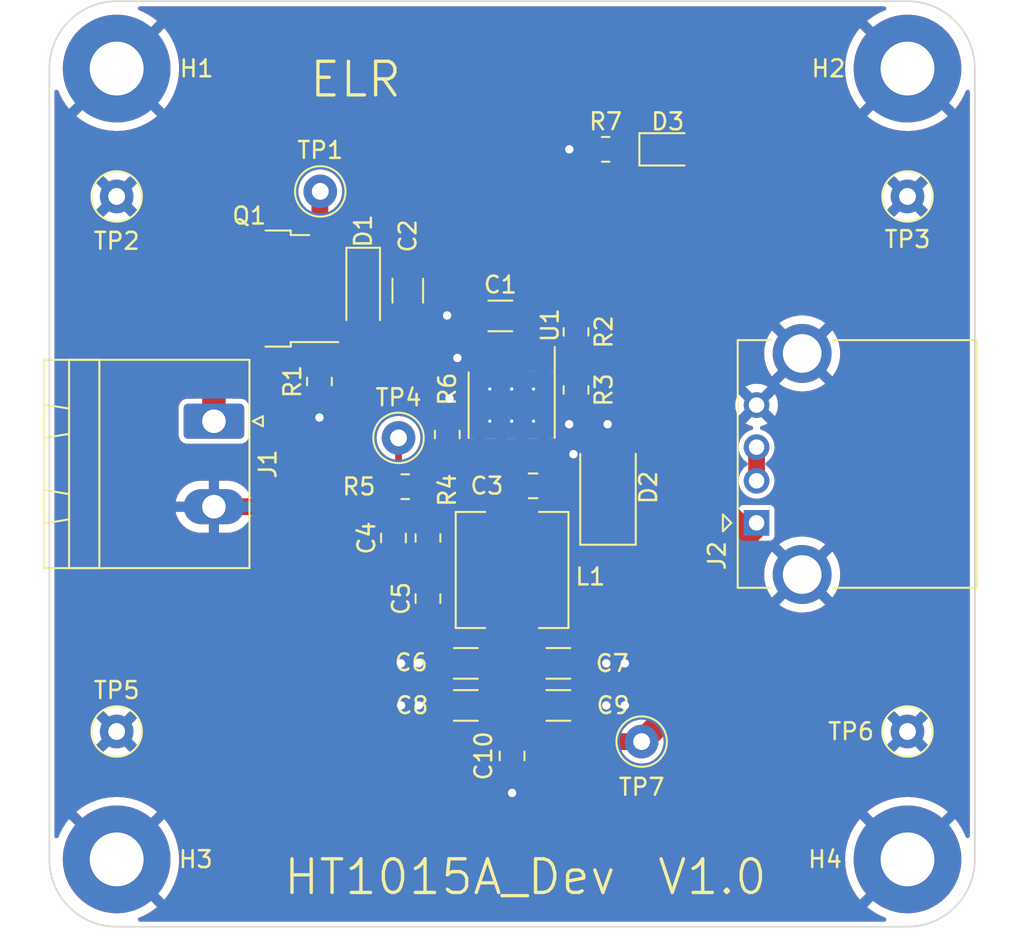
<source format=kicad_pcb>
(kicad_pcb (version 20211014) (generator pcbnew)
  (layers (0 "F.Cu" signal) (31 "B.Cu" signal) (34 "B.Paste" user) (35 "F.Paste" user) (36 "B.SilkS" user "B.Silkscreen") (37 "F.SilkS" user "F.Silkscreen") (38 "B.Mask" user) (39 "F.Mask" user) (44 "Edge.Cuts" user))
  (net 0 "")
  (net 1 "GND")
  (net 2 "/VM")
  (net 3 "Net-(C3-Pad1)")
  (net 4 "Net-(C3-Pad2)")
  (net 5 "Net-(C4-Pad1)")
  (net 6 "Net-(C4-Pad2)")
  (net 7 "+5V")
  (net 8 "Net-(D1-Pad2)")
  (net 9 "Net-(D3-Pad1)")
  (net 10 "Net-(J1-Pad1)")
  (net 11 "Net-(J2-Pad2)")
  (net 12 "Net-(R2-Pad2)")
  (footprint "TestPoint:TestPoint_Loop_D2.50mm_Drill1.0mm" (layer "F.Cu") (at 125 74.6)
    (fp_text reference "TP2" (at 0 2.65) (layer "F.SilkS"))
    (fp_text value "TestPoint")
    (fp_circle (center 0 0) (end 1.5 0) (layer "F.SilkS") (width 0.12) (fill none))
    (pad "1" thru_hole circle locked (at 0 0) (size 2 2) (drill 1) (layers *.Cu *.Mask) (net 1 "GND"))
  )
  (footprint "LED_SMD:LED_0805_2012Metric" (layer "F.Cu") (at 157.75 71.8)
    (fp_text reference "D3" (at 0 -1.65) (layer "F.SilkS"))
    (fp_text value "ORANGE")
    (fp_line (start -1.685 0.96) (end 1 0.96) (layer "F.SilkS") (width 0.12))
    (fp_line (start 1 -0.96) (end -1.685 -0.96) (layer "F.SilkS") (width 0.12))
    (fp_line (start -1.685 -0.96) (end -1.685 0.96) (layer "F.SilkS") (width 0.12))
    (pad "1" smd roundrect (at -0.9375 0) (size 0.975 1.4) (layers "F.Cu" "F.Paste" "F.Mask") (net 9 "Net-(D3-Pad1)"))
    (pad "2" smd roundrect (at 0.9375 0) (size 0.975 1.4) (layers "F.Cu" "F.Paste" "F.Mask") (net 7 "+5V"))
  )
  (footprint "Capacitor_SMD:C_1206_3216Metric" (layer "F.Cu") (at 151.25 104.85 180)
    (fp_text reference "C9" (at -3.25 0) (layer "F.SilkS"))
    (fp_text value "22u")
    (fp_line (start -0.711252 0.91) (end 0.711252 0.91) (layer "F.SilkS") (width 0.12))
    (fp_line (start -0.711252 -0.91) (end 0.711252 -0.91) (layer "F.SilkS") (width 0.12))
    (pad "1" smd roundrect (at -1.475 0 180) (size 1.15 1.8) (layers "F.Cu" "F.Paste" "F.Mask") (roundrect_rratio 0.2173913043) (net 1 "GND"))
    (pad "2" smd roundrect (at 1.475 0 180) (size 1.15 1.8) (layers "F.Cu" "F.Paste" "F.Mask") (roundrect_rratio 0.2173913043) (net 7 "+5V"))
  )
  (footprint "TestPoint:TestPoint_Loop_D2.50mm_Drill1.0mm" (layer "F.Cu") (at 137.1 74.3)
    (fp_text reference "TP1" (at 0 -2.45) (layer "F.SilkS"))
    (fp_text value "TestPoint")
    (fp_circle (center 0 0) (end 1.5 0) (layer "F.SilkS") (width 0.12) (fill none))
    (pad "1" thru_hole circle (at 0 0) (size 2 2) (drill 1) (layers *.Cu *.Mask) (net 2 "/VM"))
  )
  (footprint "Resistor_SMD:R_0805_2012Metric" (layer "F.Cu") (at 144.65 88.75 -90)
    (fp_text reference "R6" (at -2.7 0 90) (layer "F.SilkS"))
    (fp_text value "62K")
    (fp_line (start -0.227064 0.735) (end 0.227064 0.735) (layer "F.SilkS") (width 0.12))
    (fp_line (start -0.227064 -0.735) (end 0.227064 -0.735) (layer "F.SilkS") (width 0.12))
    (pad "1" smd roundrect (at -0.9125 0 270) (size 1.025 1.4) (layers "F.Cu" "F.Paste" "F.Mask") (roundrect_rratio 0.243902439) (net 1 "GND"))
    (pad "2" smd roundrect (at 0.9125 0 270) (size 1.025 1.4) (layers "F.Cu" "F.Paste" "F.Mask") (roundrect_rratio 0.243902439) (net 5 "Net-(C4-Pad1)"))
  )
  (footprint "Capacitor_SMD:C_0805_2012Metric" (layer "F.Cu") (at 149.75 91.8)
    (fp_text reference "C3" (at -2.75 0) (layer "F.SilkS"))
    (fp_text value "0.1u")
    (fp_line (start -0.261252 -0.735) (end 0.261252 -0.735) (layer "F.SilkS") (width 0.12))
    (fp_line (start -0.261252 0.735) (end 0.261252 0.735) (layer "F.SilkS") (width 0.12))
    (pad "1" smd roundrect (at -0.95 0) (size 1 1.45) (layers "F.Cu" "F.Paste" "F.Mask") (net 3 "Net-(C3-Pad1)"))
    (pad "2" smd roundrect (at 0.95 0) (size 1 1.45) (layers "F.Cu" "F.Paste" "F.Mask") (net 4 "Net-(C3-Pad2)"))
  )
  (footprint "Capacitor_SMD:C_0805_2012Metric" (layer "F.Cu") (at 143.5 98.5 -90)
    (fp_text reference "C5" (at 0 1.6 90) (layer "F.SilkS"))
    (fp_text value "2.2n")
    (fp_line (start -0.261252 -0.735) (end 0.261252 -0.735) (layer "F.SilkS") (width 0.12))
    (fp_line (start -0.261252 0.735) (end 0.261252 0.735) (layer "F.SilkS") (width 0.12))
    (pad "1" smd roundrect (at -0.95 0 270) (size 1 1.45) (layers "F.Cu" "F.Paste" "F.Mask") (net 6 "Net-(C4-Pad2)"))
    (pad "2" smd roundrect (at 0.95 0 270) (size 1 1.45) (layers "F.Cu" "F.Paste" "F.Mask") (net 7 "+5V"))
  )
  (footprint "Resistor_SMD:R_0805_2012Metric" (layer "F.Cu") (at 143.5 94.9 -90)
    (fp_text reference "R4" (at -2.85 -1.15 90) (layer "F.SilkS"))
    (fp_text value "560k")
    (fp_line (start -0.227064 0.735) (end 0.227064 0.735) (layer "F.SilkS") (width 0.12))
    (fp_line (start -0.227064 -0.735) (end 0.227064 -0.735) (layer "F.SilkS") (width 0.12))
    (pad "1" smd roundrect (at -0.9125 0 270) (size 1.025 1.4) (layers "F.Cu" "F.Paste" "F.Mask") (roundrect_rratio 0.243902439) (net 4 "Net-(C3-Pad2)"))
    (pad "2" smd roundrect (at 0.9125 0 270) (size 1.025 1.4) (layers "F.Cu" "F.Paste" "F.Mask") (roundrect_rratio 0.243902439) (net 6 "Net-(C4-Pad2)"))
  )
  (footprint "Capacitor_SMD:C_1206_3216Metric" (layer "F.Cu") (at 145.75 104.85)
    (fp_text reference "C8" (at -3.2 0) (layer "F.SilkS"))
    (fp_text value "22u")
    (fp_line (start -0.711252 -0.91) (end 0.711252 -0.91) (layer "F.SilkS") (width 0.12))
    (fp_line (start -0.711252 0.91) (end 0.711252 0.91) (layer "F.SilkS") (width 0.12))
    (pad "1" smd roundrect (at -1.475 0) (size 1.15 1.8) (layers "F.Cu" "F.Paste" "F.Mask") (roundrect_rratio 0.2173913043) (net 1 "GND"))
    (pad "2" smd roundrect (at 1.475 0) (size 1.15 1.8) (layers "F.Cu" "F.Paste" "F.Mask") (roundrect_rratio 0.2173913043) (net 7 "+5V"))
  )
  (footprint "TestPoint:TestPoint_Loop_D2.50mm_Drill1.0mm" (layer "F.Cu") (at 125 106.4)
    (fp_text reference "TP5" (at 0 -2.45) (layer "F.SilkS"))
    (fp_text value "TestPoint")
    (fp_circle (center 0 0) (end 1.5 0) (layer "F.SilkS") (width 0.12) (fill none))
    (pad "1" thru_hole circle locked (at 0 0) (size 2 2) (drill 1) (layers *.Cu *.Mask) (net 1 "GND"))
  )
  (footprint "Capacitor_SMD:C_0805_2012Metric" (layer "F.Cu") (at 148.5 107.85 -90)
    (fp_text reference "C10" (at 0 1.7 90) (layer "F.SilkS"))
    (fp_text value "0.1u")
    (fp_line (start -0.261252 -0.735) (end 0.261252 -0.735) (layer "F.SilkS") (width 0.12))
    (fp_line (start -0.261252 0.735) (end 0.261252 0.735) (layer "F.SilkS") (width 0.12))
    (pad "1" smd roundrect (at -0.95 0 270) (size 1 1.45) (layers "F.Cu" "F.Paste" "F.Mask") (net 7 "+5V"))
    (pad "2" smd roundrect (at 0.95 0 270) (size 1 1.45) (layers "F.Cu" "F.Paste" "F.Mask") (net 1 "GND"))
  )
  (footprint "MountingHole:MountingHole_3.2mm_M3_Pad" (layer "F.Cu") (at 125 67)
    (fp_text reference "H1" (at 4.75 0) (layer "F.SilkS"))
    (fp_text value "MountingHole_Pad")
    (pad "1" thru_hole circle locked (at 0 0) (size 6.4 6.4) (drill 3.2) (layers *.Cu *.Mask) (net 1 "GND"))
  )
  (footprint "MountingHole:MountingHole_3.2mm_M3_Pad" (layer "F.Cu") (at 125 114)
    (fp_text reference "H3" (at 4.7 0) (layer "F.SilkS"))
    (fp_text value "MountingHole_Pad")
    (pad "1" thru_hole circle locked (at 0 0) (size 6.4 6.4) (drill 3.2) (layers *.Cu *.Mask) (net 1 "GND"))
  )
  (footprint "TestPoint:TestPoint_Loop_D2.50mm_Drill1.0mm" (layer "F.Cu") (at 141.75 88.95)
    (fp_text reference "TP4" (at 0 -2.4) (layer "F.SilkS"))
    (fp_text value "TestPoint")
    (fp_circle (center 0 0) (end 1.5 0) (layer "F.SilkS") (width 0.12) (fill none))
    (pad "1" thru_hole circle (at 0 0) (size 2 2) (drill 1) (layers *.Cu *.Mask) (net 5 "Net-(C4-Pad1)"))
  )
  (footprint "Resistor_SMD:R_0805_2012Metric" (layer "F.Cu") (at 137.05 85.6 -90)
    (fp_text reference "R1" (at 0 1.6 90) (layer "F.SilkS"))
    (fp_text value "47K")
    (fp_line (start -0.227064 0.735) (end 0.227064 0.735) (layer "F.SilkS") (width 0.12))
    (fp_line (start -0.227064 -0.735) (end 0.227064 -0.735) (layer "F.SilkS") (width 0.12))
    (pad "1" smd roundrect locked (at -0.9125 0 270) (size 1.025 1.4) (layers "F.Cu" "F.Paste" "F.Mask") (roundrect_rratio 0.243902439) (net 8 "Net-(D1-Pad2)"))
    (pad "2" smd roundrect locked (at 0.9125 0 270) (size 1.025 1.4) (layers "F.Cu" "F.Paste" "F.Mask") (roundrect_rratio 0.243902439) (net 1 "GND"))
  )
  (footprint "TestPoint:TestPoint_Loop_D2.50mm_Drill1.0mm" (layer "F.Cu") (at 172 74.6)
    (fp_text reference "TP3" (at 0 2.55) (layer "F.SilkS"))
    (fp_text value "TestPoint")
    (fp_circle (center 0 0) (end 1.5 0) (layer "F.SilkS") (width 0.12) (fill none))
    (pad "1" thru_hole circle locked (at 0 0) (size 2 2) (drill 1) (layers *.Cu *.Mask) (net 1 "GND"))
  )
  (footprint "Diode_SMD:D_SMA" (layer "F.Cu") (at 154.2 91.9 90)
    (fp_text reference "D2" (at 0 2.4 90) (layer "F.SilkS"))
    (fp_text value "SS210")
    (fp_line (start -3.4 -1.65) (end 2 -1.65) (layer "F.SilkS") (width 0.12))
    (fp_line (start -3.4 -1.65) (end -3.4 1.65) (layer "F.SilkS") (width 0.12))
    (fp_line (start -3.4 1.65) (end 2 1.65) (layer "F.SilkS") (width 0.12))
    (pad "1" smd rect (at -2 0 90) (size 2.5 1.8) (layers "F.Cu" "F.Paste" "F.Mask") (net 4 "Net-(C3-Pad2)"))
    (pad "2" smd rect (at 2 0 90) (size 2.5 1.8) (layers "F.Cu" "F.Paste" "F.Mask") (net 1 "GND"))
  )
  (footprint "Connector_USB:USB_A_CONNFLY_DS1095-WNR0" (layer "F.Cu") (at 163.03 94 90)
    (fp_text reference "J2" (at -1.95 -2.35 90) (layer "F.SilkS"))
    (fp_text value "USB_A")
    (fp_line (start 10.86 0.86) (end 10.86 -1.12) (layer "F.SilkS") (width 0.12))
    (fp_line (start -3.86 13.1) (end 10.86 13.1) (layer "F.SilkS") (width 0.12))
    (fp_line (start -0.5 -2) (end 0 -1.5) (layer "F.SilkS") (width 0.12))
    (fp_line (start -3.86 -1.12) (end 10.86 -1.12) (layer "F.SilkS") (width 0.12))
    (fp_line (start 0 -1.5) (end 0.5 -2) (layer "F.SilkS") (width 0.12))
    (fp_line (start -3.86 -1.12) (end -3.86 0.86) (layer "F.SilkS") (width 0.12))
    (fp_line (start -3.86 4.56) (end -3.86 13.1) (layer "F.SilkS") (width 0.12))
    (fp_line (start 0.5 -2) (end -0.5 -2) (layer "F.SilkS") (width 0.12))
    (fp_line (start 10.86 4.56) (end 10.86 13.1) (layer "F.SilkS") (width 0.12))
    (pad "1" thru_hole rect locked (at 0 0 90) (size 1.524 1.524) (drill 0.92) (layers *.Cu *.Mask) (net 7 "+5V"))
    (pad "2" thru_hole circle locked (at 2.5 0 90) (size 1.524 1.524) (drill 0.92) (layers *.Cu *.Mask) (net 11 "Net-(J2-Pad2)"))
    (pad "3" thru_hole circle locked (at 4.5 0 90) (size 1.524 1.524) (drill 0.92) (layers *.Cu *.Mask) (net 11 "Net-(J2-Pad2)"))
    (pad "4" thru_hole circle locked (at 7 0 90) (size 1.524 1.524) (drill 0.92) (layers *.Cu *.Mask) (net 1 "GND"))
    (pad "5" thru_hole circle locked (at -3.07 2.71 90) (size 3.5 3.5) (drill 2.3) (layers *.Cu *.Mask) (net 1 "GND"))
    (pad "5" thru_hole circle locked (at 10.07 2.71 90) (size 3.5 3.5) (drill 2.3) (layers *.Cu *.Mask) (net 1 "GND"))
  )
  (footprint "Resistor_SMD:R_0805_2012Metric" (layer "F.Cu") (at 152.3 82.65 -90)
    (fp_text reference "R2" (at 0 -1.65 90) (layer "F.SilkS"))
    (fp_text value "68K")
    (fp_line (start -0.227064 0.735) (end 0.227064 0.735) (layer "F.SilkS") (width 0.12))
    (fp_line (start -0.227064 -0.735) (end 0.227064 -0.735) (layer "F.SilkS") (width 0.12))
    (pad "1" smd roundrect (at -0.9125 0 270) (size 1.025 1.4) (layers "F.Cu" "F.Paste" "F.Mask") (roundrect_rratio 0.243902439) (net 2 "/VM"))
    (pad "2" smd roundrect (at 0.9125 0 270) (size 1.025 1.4) (layers "F.Cu" "F.Paste" "F.Mask") (roundrect_rratio 0.243902439) (net 12 "Net-(R2-Pad2)"))
  )
  (footprint "Resistor_SMD:R_0805_2012Metric" (layer "F.Cu") (at 152.3 86.1 -90)
    (fp_text reference "R3" (at 0 -1.65 90) (layer "F.SilkS"))
    (fp_text value "22K")
    (fp_line (start -0.227064 0.735) (end 0.227064 0.735) (layer "F.SilkS") (width 0.12))
    (fp_line (start -0.227064 -0.735) (end 0.227064 -0.735) (layer "F.SilkS") (width 0.12))
    (pad "1" smd roundrect (at -0.9125 0 270) (size 1.025 1.4) (layers "F.Cu" "F.Paste" "F.Mask") (roundrect_rratio 0.243902439) (net 12 "Net-(R2-Pad2)"))
    (pad "2" smd roundrect (at 0.9125 0 270) (size 1.025 1.4) (layers "F.Cu" "F.Paste" "F.Mask") (roundrect_rratio 0.243902439) (net 1 "GND"))
  )
  (footprint "TestPoint:TestPoint_Loop_D2.50mm_Drill1.0mm" (layer "F.Cu") (at 156.2 107)
    (fp_text reference "TP7" (at 0 2.7) (layer "F.SilkS"))
    (fp_text value "TestPoint")
    (fp_circle (center 0 0) (end 1.5 0) (layer "F.SilkS") (width 0.12) (fill none))
    (pad "1" thru_hole circle (at 0 0) (size 2 2) (drill 1) (layers *.Cu *.Mask) (net 7 "+5V"))
  )
  (footprint "Capacitor_SMD:C_1206_3216Metric" (layer "F.Cu") (at 147.8 81.7)
    (fp_text reference "C1" (at 0 -1.85) (layer "F.SilkS"))
    (fp_text value "2.2u")
    (fp_line (start -0.711252 -0.91) (end 0.711252 -0.91) (layer "F.SilkS") (width 0.12))
    (fp_line (start -0.711252 0.91) (end 0.711252 0.91) (layer "F.SilkS") (width 0.12))
    (pad "1" smd roundrect (at -1.475 0) (size 1.15 1.8) (layers "F.Cu" "F.Paste" "F.Mask") (roundrect_rratio 0.2173913043) (net 1 "GND"))
    (pad "2" smd roundrect (at 1.475 0) (size 1.15 1.8) (layers "F.Cu" "F.Paste" "F.Mask") (roundrect_rratio 0.2173913043) (net 2 "/VM"))
  )
  (footprint "Capacitor_SMD:C_1206_3216Metric" (layer "F.Cu") (at 145.75 102.35)
    (fp_text reference "C6" (at -3.25 -0.05) (layer "F.SilkS"))
    (fp_text value "22u")
    (fp_line (start -0.711252 0.91) (end 0.711252 0.91) (layer "F.SilkS") (width 0.12))
    (fp_line (start -0.711252 -0.91) (end 0.711252 -0.91) (layer "F.SilkS") (width 0.12))
    (pad "1" smd roundrect (at -1.475 0) (size 1.15 1.8) (layers "F.Cu" "F.Paste" "F.Mask") (roundrect_rratio 0.2173913043) (net 1 "GND"))
    (pad "2" smd roundrect (at 1.475 0) (size 1.15 1.8) (layers "F.Cu" "F.Paste" "F.Mask") (roundrect_rratio 0.2173913043) (net 7 "+5V"))
  )
  (footprint "Resistor_SMD:R_0805_2012Metric" (layer "F.Cu") (at 142.15 91.85 180)
    (fp_text reference "R5" (at 2.75 0) (layer "F.SilkS"))
    (fp_text value "330K")
    (fp_line (start -0.227064 0.735) (end 0.227064 0.735) (layer "F.SilkS") (width 0.12))
    (fp_line (start -0.227064 -0.735) (end 0.227064 -0.735) (layer "F.SilkS") (width 0.12))
    (pad "1" smd roundrect (at -0.9125 0 180) (size 1.025 1.4) (layers "F.Cu" "F.Paste" "F.Mask") (roundrect_rratio 0.243902439) (net 5 "Net-(C4-Pad1)"))
    (pad "2" smd roundrect (at 0.9125 0 180) (size 1.025 1.4) (layers "F.Cu" "F.Paste" "F.Mask") (roundrect_rratio 0.243902439) (net 7 "+5V"))
  )
  (footprint "Capacitor_SMD:C_0805_2012Metric" (layer "F.Cu") (at 141.45 94.9 -90)
    (fp_text reference "C4" (at 0 1.6 90) (layer "F.SilkS"))
    (fp_text value "10n")
    (fp_line (start -0.261252 -0.735) (end 0.261252 -0.735) (layer "F.SilkS") (width 0.12))
    (fp_line (start -0.261252 0.735) (end 0.261252 0.735) (layer "F.SilkS") (width 0.12))
    (pad "1" smd roundrect (at -0.95 0 270) (size 1 1.45) (layers "F.Cu" "F.Paste" "F.Mask") (net 5 "Net-(C4-Pad1)"))
    (pad "2" smd roundrect (at 0.95 0 270) (size 1 1.45) (layers "F.Cu" "F.Paste" "F.Mask") (net 6 "Net-(C4-Pad2)"))
  )
  (footprint "Resistor_SMD:R_0805_2012Metric" (layer "F.Cu") (at 154.0625 71.8)
    (fp_text reference "R7" (at 0 -1.65) (layer "F.SilkS"))
    (fp_text value "2.2K")
    (fp_line (start -0.227064 0.735) (end 0.227064 0.735) (layer "F.SilkS") (width 0.12))
    (fp_line (start -0.227064 -0.735) (end 0.227064 -0.735) (layer "F.SilkS") (width 0.12))
    (pad "1" smd roundrect (at -0.9125 0) (size 1.025 1.4) (layers "F.Cu" "F.Paste" "F.Mask") (roundrect_rratio 0.243902439) (net 1 "GND"))
    (pad "2" smd roundrect (at 0.9125 0) (size 1.025 1.4) (layers "F.Cu" "F.Paste" "F.Mask") (roundrect_rratio 0.243902439) (net 9 "Net-(D3-Pad1)"))
  )
  (footprint "MountingHole:MountingHole_3.2mm_M3_Pad" (layer "F.Cu") (at 172 114)
    (fp_text reference "H4" (at -4.9 0) (layer "F.SilkS"))
    (fp_text value "MountingHole_Pad")
    (pad "1" thru_hole circle locked (at 0 0) (size 6.4 6.4) (drill 3.2) (layers *.Cu *.Mask) (net 1 "GND"))
  )
  (footprint "MountingHole:MountingHole_3.2mm_M3_Pad" (layer "F.Cu") (at 172 67)
    (fp_text reference "H2" (at -4.7 0) (layer "F.SilkS"))
    (fp_text value "MountingHole_Pad")
    (pad "1" thru_hole circle locked (at 0 0) (size 6.4 6.4) (drill 3.2) (layers *.Cu *.Mask) (net 1 "GND"))
  )
  (footprint "Signetics:CYA0650-68UH" (layer "F.Cu") (at 148.5 93.95 -90)
    (fp_text reference "L1" (at 3.25 -4.65 unlocked) (layer "F.SilkS"))
    (fp_text value "68u")
    (fp_line (start -0.6 3.35) (end -0.6 1.6) (layer "F.SilkS") (width 0.12))
    (fp_line (start 6.3 -3.35) (end 6.3 -1.6) (layer "F.SilkS") (width 0.12))
    (fp_line (start -0.6 -3.35) (end 6.3 -3.35) (layer "F.SilkS") (width 0.12))
    (fp_line (start 6.3 1.6) (end 6.3 3.35) (layer "F.SilkS") (width 0.12))
    (fp_line (start 6.3 3.35) (end -0.6 3.35) (layer "F.SilkS") (width 0.12))
    (fp_line (start -0.6 -1.6) (end -0.6 -3.35) (layer "F.SilkS") (width 0.12))
    (pad "1" smd rect (at 0 0 270) (size 1.5 3) (layers "F.Cu" "F.Paste" "F.Mask") (net 4 "Net-(C3-Pad2)"))
    (pad "2" smd rect (at 5.7 0 270) (size 1.5 3) (layers "F.Cu" "F.Paste" "F.Mask") (net 7 "+5V"))
  )
  (footprint "Capacitor_SMD:C_1206_3216Metric" (layer "F.Cu") (at 142.3 80.2 90)
    (fp_text reference "C2" (at 3.25 0 90) (layer "F.SilkS"))
    (fp_text value "2.2u")
    (fp_line (start -0.711252 -0.91) (end 0.711252 -0.91) (layer "F.SilkS") (width 0.12))
    (fp_line (start -0.711252 0.91) (end 0.711252 0.91) (layer "F.SilkS") (width 0.12))
    (pad "1" smd roundrect locked (at -1.475 0 90) (size 1.15 1.8) (layers "F.Cu" "F.Paste" "F.Mask") (roundrect_rratio 0.2173913043) (net 1 "GND"))
    (pad "2" smd roundrect locked (at 1.475 0 90) (size 1.15 1.8) (layers "F.Cu" "F.Paste" "F.Mask") (roundrect_rratio 0.2173913043) (net 2 "/VM"))
  )
  (footprint "Package_SO:HSOP-8-1EP_3.9x4.9mm_P1.27mm_EP2.41x3.1mm_ThermalVias" (layer "F.Cu") (at 148.475 87 -90)
    (fp_text reference "U1" (at -4.75 -2.275 90) (layer "F.SilkS"))
    (fp_text value "HT1015A")
    (fp_line (start 0 -2.56) (end -3.45 -2.56) (layer "F.SilkS") (width 0.12))
    (fp_line (start 0 2.56) (end -1.95 2.56) (layer "F.SilkS") (width 0.12))
    (fp_line (start 0 2.56) (end 1.95 2.56) (layer "F.SilkS") (width 0.12))
    (fp_line (start 0 -2.56) (end 1.95 -2.56) (layer "F.SilkS") (width 0.12))
    (pad "1" smd roundrect (at -2.65 -1.905 270) (size 1.6 0.6) (layers "F.Cu" "F.Paste" "F.Mask") (net 12 "Net-(R2-Pad2)"))
    (pad "2" smd roundrect (at -2.65 -0.635 270) (size 1.6 0.6) (layers "F.Cu" "F.Paste" "F.Mask") (net 2 "/VM"))
    (pad "3" smd roundrect (at -2.65 0.635 270) (size 1.6 0.6) (layers "F.Cu" "F.Paste" "F.Mask") (net 1 "GND"))
    (pad "4" smd roundrect (at -2.65 1.905 270) (size 1.6 0.6) (layers "F.Cu" "F.Paste" "F.Mask") (net 1 "GND"))
    (pad "5" smd roundrect (at 2.65 1.905 270) (size 1.6 0.6) (layers "F.Cu" "F.Paste" "F.Mask") (net 5 "Net-(C4-Pad1)"))
    (pad "6" smd roundrect (at 2.65 0.635 270) (size 1.6 0.6) (layers "F.Cu" "F.Paste" "F.Mask"))
    (pad "7" smd roundrect (at 2.65 -0.635 270) (size 1.6 0.6) (layers "F.Cu" "F.Paste" "F.Mask") (net 3 "Net-(C3-Pad1)"))
    (pad "8" smd roundrect (at 2.65 -1.905 270) (size 1.6 0.6) (layers "F.Cu" "F.Paste" "F.Mask") (net 4 "Net-(C3-Pad2)"))
    (pad "9" smd rect (at 0 0 270) (size 2.41 3.1) (layers "B.Cu") (net 1 "GND"))
    (pad "9" thru_hole circle (at -0.955 0 270) (size 0.5 0.5) (drill 0.2) (layers *.Cu) (net 1 "GND"))
    (pad "9" thru_hole circle (at -0.955 1.3 270) (size 0.5 0.5) (drill 0.2) (layers *.Cu) (net 1 "GND"))
    (pad "9" thru_hole circle (at 0.955 0 270) (size 0.5 0.5) (drill 0.2) (layers *.Cu) (net 1 "GND"))
    (pad "9" thru_hole circle (at 0.955 1.3 270) (size 0.5 0.5) (drill 0.2) (layers *.Cu) (net 1 "GND"))
    (pad "9" smd rect (at 0 0 270) (size 2.41 3.1) (layers "F.Cu" "F.Mask") (net 1 "GND"))
    (pad "9" thru_hole circle (at 0.955 -1.3 270) (size 0.5 0.5) (drill 0.2) (layers *.Cu) (net 1 "GND"))
    (pad "9" thru_hole circle (at -0.955 -1.3 270) (size 0.5 0.5) (drill 0.2) (layers *.Cu) (net 1 "GND"))
  )
  (footprint "Connector_Phoenix_MSTB:PhoenixContact_MSTBA_2,5_2-G-5,08_1x02_P5.08mm_Horizontal" (layer "F.Cu") (at 130.78 87.96 -90)
    (fp_text reference "J1" (at 2.54 -3.2 90) (layer "F.SilkS"))
    (fp_text value "Conn_01x02")
    (fp_line (start 1 10.11) (end 0.75 8.61) (layer "F.SilkS") (width 0.12))
    (fp_line (start -3.65 -2.11) (end -3.65 10.11) (layer "F.SilkS") (width 0.12))
    (fp_line (start 8.73 8.61) (end -3.65 8.61) (layer "F.SilkS") (width 0.12))
    (fp_line (start 4.08 10.11) (end 6.08 10.11) (layer "F.SilkS") (width 0.12))
    (fp_line (start -3.65 8.61) (end -3.65 6.81) (layer "F.SilkS") (width 0.12))
    (fp_line (start 4.33 8.61) (end 4.08 10.11) (layer "F.SilkS") (width 0.12))
    (fp_line (start -1 10.11) (end 1 10.11) (layer "F.SilkS") (width 0.12))
    (fp_line (start -0.75 8.61) (end -1 10.11) (layer "F.SilkS") (width 0.12))
    (fp_line (start -0.3 -2.91) (end 0.3 -2.91) (layer "F.SilkS") (width 0.12))
    (fp_line (start -3.65 6.81) (end 8.73 6.81) (layer "F.SilkS") (width 0.12))
    (fp_line (start -3.65 10.11) (end 8.73 10.11) (layer "F.SilkS") (width 0.12))
    (fp_line (start 0 -2.31) (end -0.3 -2.91) (layer "F.SilkS") (width 0.12))
    (fp_line (start 8.73 10.11) (end 8.73 -2.11) (layer "F.SilkS") (width 0.12))
    (fp_line (start 8.73 6.81) (end 8.73 8.61) (layer "F.SilkS") (width 0.12))
    (fp_line (start 0.3 -2.91) (end 0 -2.31) (layer "F.SilkS") (width 0.12))
    (fp_line (start 6.08 10.11) (end 5.83 8.61) (layer "F.SilkS") (width 0.12))
    (fp_line (start 8.73 -2.11) (end -3.65 -2.11) (layer "F.SilkS") (width 0.12))
    (fp_line (start 5.83 8.61) (end 4.33 8.61) (layer "F.SilkS") (width 0.12))
    (fp_line (start 0.75 8.61) (end -0.75 8.61) (layer "F.SilkS") (width 0.12))
    (pad "1" thru_hole roundrect locked (at 0 0 270) (size 2.08 3.6) (drill 1.4) (layers *.Cu *.Mask) (roundrect_rratio 0.1201918269) (net 10 "Net-(J1-Pad1)"))
    (pad "2" thru_hole oval locked (at 5.08 0 270) (size 2.08 3.6) (drill 1.4) (layers *.Cu *.Mask) (net 1 "GND"))
  )
  (footprint "Package_TO_SOT_SMD:TO-252-2" (layer "F.Cu") (at 132.875 80.075 180)
    (fp_text reference "Q1" (at 0 4.325) (layer "F.SilkS"))
    (fp_text value "NCE01P30K")
    (fp_line (start -2.47 -3.45) (end -2.47 -3.18) (layer "F.SilkS") (width 0.12))
    (fp_line (start -2.47 3.18) (end -3.57 3.18) (layer "F.SilkS") (width 0.12))
    (fp_line (start -2.47 -3.18) (end -5.3 -3.18) (layer "F.SilkS") (width 0.12))
    (fp_line (start -0.97 3.45) (end -2.47 3.45) (layer "F.SilkS") (width 0.12))
    (fp_line (start -2.47 3.45) (end -2.47 3.18) (layer "F.SilkS") (width 0.12))
    (fp_line (start -0.97 -3.45) (end -2.47 -3.45) (layer "F.SilkS") (width 0.12))
    (pad "1" smd rect locked (at -4.2 -2.28 180) (size 2.2 1.2) (layers "F.Cu" "F.Paste" "F.Mask") (net 8 "Net-(D1-Pad2)"))
    (pad "2" smd rect locked (at 2.1 0 180) (size 6.4 5.8) (layers "F.Cu" "F.Mask") (net 10 "Net-(J1-Pad1)"))
    (pad "3" smd rect locked (at -4.2 2.28 180) (size 2.2 1.2) (layers "F.Cu" "F.Paste" "F.Mask") (net 2 "/VM"))
  )
  (footprint "TestPoint:TestPoint_Loop_D2.50mm_Drill1.0mm" (layer "F.Cu") (at 172 106.4)
    (fp_text reference "TP6" (at -3.35 0) (layer "F.SilkS"))
    (fp_text value "TestPoint")
    (fp_circle (center 0 0) (end 1.5 0) (layer "F.SilkS") (width 0.12) (fill none))
    (pad "1" thru_hole circle locked (at 0 0) (size 2 2) (drill 1) (layers *.Cu *.Mask) (net 1 "GND"))
  )
  (footprint "Capacitor_SMD:C_1206_3216Metric" (layer "F.Cu") (at 151.25 102.35 180)
    (fp_text reference "C7" (at -3.2 0) (layer "F.SilkS"))
    (fp_text value "22u")
    (fp_line (start -0.711252 -0.91) (end 0.711252 -0.91) (layer "F.SilkS") (width 0.12))
    (fp_line (start -0.711252 0.91) (end 0.711252 0.91) (layer "F.SilkS") (width 0.12))
    (pad "1" smd roundrect (at -1.475 0 180) (size 1.15 1.8) (layers "F.Cu" "F.Paste" "F.Mask") (roundrect_rratio 0.2173913043) (net 1 "GND"))
    (pad "2" smd roundrect (at 1.475 0 180) (size 1.15 1.8) (layers "F.Cu" "F.Paste" "F.Mask") (roundrect_rratio 0.2173913043) (net 7 "+5V"))
  )
  (footprint "Diode_SMD:D_MiniMELF" (layer "F.Cu") (at 139.65 80.2 -90)
    (fp_text reference "D1" (at -3.55 0 90) (layer "F.SilkS"))
    (fp_text value "ZMM15V")
    (fp_line (start -2.55 -1) (end -2.55 1) (layer "F.SilkS") (width 0.12))
    (fp_line (start 1.75 -1) (end -2.55 -1) (layer "F.SilkS") (width 0.12))
    (fp_line (start -2.55 1) (end 1.75 1) (layer "F.SilkS") (width 0.12))
    (pad "1" smd rect locked (at -1.75 0 270) (size 1.3 1.7) (layers "F.Cu" "F.Paste" "F.Mask") (net 2 "/VM"))
    (pad "2" smd rect locked (at 1.75 0 270) (size 1.3 1.7) (layers "F.Cu" "F.Paste" "F.Mask") (net 8 "Net-(D1-Pad2)"))
  )
  (gr_line locked (start 125 118) (end 172 118) (layer "Edge.Cuts") (width 0.1))
  (gr_line locked (start 121 67) (end 121 114) (layer "Edge.Cuts") (width 0.1))
  (gr_line locked (start 176 67) (end 176 114) (layer "Edge.Cuts") (width 0.1))
  (gr_arc locked (start 121 67) (mid 122.171573 64.171573) (end 125 63) (layer "Edge.Cuts") (width 0.1))
  (gr_arc locked (start 172 63) (mid 174.828427 64.171573) (end 176 67) (layer "Edge.Cuts") (width 0.1))
  (gr_arc locked (start 125 118) (mid 122.171573 116.828427) (end 121 114) (layer "Edge.Cuts") (width 0.1))
  (gr_arc locked (start 176 114) (mid 174.828427 116.828427) (end 172 118) (layer "Edge.Cuts") (width 0.1))
  (gr_line locked (start 125 63) (end 172 63) (layer "Edge.Cuts") (width 0.1))
  (gr_text "ELR" (at 139.2 67.65) (layer "F.SilkS") (effects (font (size 2 2) (thickness 0.2))))
  (gr_text "V1.0" (at 160.4 115.05) (layer "F.SilkS") (effects (font (size 2 2) (thickness 0.2))))
  (gr_text "HT1015A_Dev" (at 144.8 115.05) (layer "F.SilkS") (effects (font (size 2 2) (thickness 0.2))))
  (segment (start 152.725 102.35) (end 154.1 102.35) (width 1) (layer "F.Cu") (net 1))
  (segment (start 142.3 81.675) (end 144.639 81.675) (width 1) (layer "F.Cu") (net 1))
  (segment (start 154.1 104.85) (end 155.2 104.85) (width 1) (layer "F.Cu") (net 1))
  (segment (start 154.2 89.9) (end 152.162 89.9) (width 0.6) (layer "F.Cu") (net 1))
  (segment (start 144.65 86.744) (end 144.78 86.614) (width 0.6) (layer "F.Cu") (net 1))
  (segment (start 147.84 83.215) (end 146.325 81.7) (width 0.6) (layer "F.Cu") (net 1))
  (segment (start 154.2 89.9) (end 154.2 88.16) (width 0.6) (layer "F.Cu") (net 1))
  (segment (start 152.3 87.0125) (end 152.3 87.73) (width 0.6) (layer "F.Cu") (net 1))
  (segment (start 144.275 102.35) (end 142.95 102.35) (width 1) (layer "F.Cu") (net 1))
  (segment (start 153.15 71.8) (end 151.9 71.8) (width 1) (layer "F.Cu") (net 1))
  (segment (start 152.3 87.73) (end 151.892 88.138) (width 0.6) (layer "F.Cu") (net 1))
  (segment (start 133.782 93.04) (end 130.78 93.04) (width 1) (layer "F.Cu") (net 1))
  (segment (start 154.2 88.16) (end 154.178 88.138) (width 0.6) (layer "F.Cu") (net 1))
  (segment (start 148.5 108.8) (end 148.5 110.05) (width 1) (layer "F.Cu") (net 1))
  (segment (start 144.639 81.675) (end 146.3 81.675) (width 1) (layer "F.Cu") (net 1))
  (segment (start 142.95 102.35) (end 141.9 102.35) (width 1) (layer "F.Cu") (net 1))
  (segment (start 147.84 84.35) (end 147.84 83.215) (width 0.6) (layer "F.Cu") (net 1))
  (segment (start 146.3 81.675) (end 146.325 81.7) (width 1) (layer "F.Cu") (net 1))
  (segment (start 144.65 87.8375) (end 144.65 86.744) (width 0.6) (layer "F.Cu") (net 1))
  (segment (start 144.275 104.85) (end 142.95 104.85) (width 1) (layer "F.Cu") (net 1))
  (segment (start 152.725 104.85) (end 154.1 104.85) (width 1) (layer "F.Cu") (net 1))
  (segment (start 146.57 81.945) (end 146.325 81.7) (width 0.6) (layer "F.Cu") (net 1))
  (segment (start 152.162 89.9) (end 152.146 89.916) (width 0.6) (layer "F.Cu") (net 1))
  (segment (start 146.57 84.35) (end 146.57 81.945) (width 0.6) (layer "F.Cu") (net 1))
  (segment (start 137.05 86.5125) (end 137.05 87.74) (width 1) (layer "F.Cu") (net 1))
  (segment (start 142.95 104.85) (end 141.9 104.85) (width 1) (layer "F.Cu") (net 1))
  (segment (start 137.05 89.772) (end 133.782 93.04) (width 1) (layer "F.Cu") (net 1))
  (segment (start 137.05 87.74) (end 137.05 89.772) (width 1) (layer "F.Cu") (net 1))
  (segment (start 154.1 102.35) (end 155.2 102.35) (width 1) (layer "F.Cu") (net 1))
  (via (at 137.05 87.74) (size 0.76) (drill 0.5) (layers "F.Cu" "B.Cu") (net 1))
  (via (at 151.9 71.8) (size 0.76) (drill 0.5) (layers "F.Cu" "B.Cu") (net 1))
  (via (at 144.639 81.675) (size 0.76) (drill 0.5) (layers "F.Cu" "B.Cu") (net 1))
  (via (at 155.2 102.35) (size 0.76) (drill 0.5) (layers "F.Cu" "B.Cu") (net 1))
  (via (at 155.2 104.85) (size 0.76) (drill 0.5) (layers "F.Cu" "B.Cu") (net 1))
  (via (at 141.9 104.85) (size 0.76) (drill 0.5) (layers "F.Cu" "B.Cu") (net 1))
  (via (at 154.1 104.85) (size 0.76) (drill 0.5) (layers "F.Cu" "B.Cu") (net 1))
  (via (at 148.5 110.05) (size 0.76) (drill 0.5) (layers "F.Cu" "B.Cu") (net 1))
  (via (at 144.78 86.614) (size 0.76) (drill 0.5) (layers "F.Cu" "B.Cu") (net 1))
  (via (at 154.1 102.35) (size 0.76) (drill 0.5) (layers "F.Cu" "B.Cu") (net 1))
  (via (at 145.25 84.2) (size 0.76) (drill 0.5) (layers "F.Cu" "B.Cu") (net 1))
  (via (at 151.892 88.138) (size 0.76) (drill 0.5) (layers "F.Cu" "B.Cu") (net 1))
  (via (at 154.178 88.138) (size 0.76) (drill 0.5) (layers "F.Cu" "B.Cu") (net 1))
  (via (at 142.95 104.85) (size 0.76) (drill 0.5) (layers "F.Cu" "B.Cu") (net 1))
  (via (at 152.146 89.916) (size 0.76) (drill 0.5) (layers "F.Cu" "B.Cu") (net 1))
  (via (at 141.9 102.35) (size 0.76) (drill 0.5) (layers "F.Cu" "B.Cu") (net 1))
  (via (at 142.95 102.35) (size 0.76) (drill 0.5) (layers "F.Cu" "B.Cu") (net 1))
  (segment (start 152.3 81.7375) (end 149.3125 81.7375) (width 0.6) (layer "F.Cu") (net 2))
  (segment (start 137.075 74.325) (end 137.1 74.3) (width 1) (layer "F.Cu") (net 2))
  (segment (start 149.098 81.523) (end 149.275 81.7) (width 1) (layer "F.Cu") (net 2))
  (segment (start 142.3 78.725) (end 147.559 78.725) (width 1) (layer "F.Cu") (net 2))
  (segment (start 139.65 78.45) (end 142.025 78.45) (width 1) (layer "F.Cu") (net 2))
  (segment (start 137.075 77.795) (end 138.995 77.795) (width 1) (layer "F.Cu") (net 2))
  (segment (start 147.559 78.725) (end 149.098 80.264) (width 1) (layer "F.Cu") (net 2))
  (segment (start 142.025 78.45) (end 142.3 78.725) (width 1) (layer "F.Cu") (net 2))
  (segment (start 137.075 77.795) (end 137.075 74.325) (width 1) (layer "F.Cu") (net 2))
  (segment (start 149.098 80.264) (end 149.098 81.523) (width 1) (layer "F.Cu") (net 2))
  (segment (start 149.11 81.865) (end 149.275 81.7) (width 0.6) (layer "F.Cu") (net 2))
  (segment (start 138.995 77.795) (end 139.65 78.45) (width 1) (layer "F.Cu") (net 2))
  (segment (start 149.11 84.35) (end 149.11 81.865) (width 0.6) (layer "F.Cu") (net 2))
  (segment (start 149.3125 81.7375) (end 149.275 81.7) (width 0.6) (layer "F.Cu") (net 2))
  (segment (start 149.11 91.49) (end 148.8 91.8) (width 0.6) (layer "F.Cu") (net 3))
  (segment (start 149.11 89.65) (end 149.11 91.49) (width 0.6) (layer "F.Cu") (net 3))
  (segment (start 150.38 89.65) (end 150.38 91.48) (width 0.6) (layer "F.Cu") (net 4))
  (segment (start 150.7 91.8) (end 150.7 93.95) (width 1) (layer "F.Cu") (net 4))
  (segment (start 148.5 93.95) (end 150.7 93.95) (width 1.4) (layer "F.Cu") (net 4))
  (segment (start 150.7 93.95) (end 154.15 93.95) (width 1.4) (layer "F.Cu") (net 4))
  (segment (start 150.38 91.48) (end 150.7 91.8) (width 0.6) (layer "F.Cu") (net 4))
  (segment (start 148.5 93.95) (end 143.5375 93.95) (width 0.6) (layer "F.Cu") (net 4))
  (segment (start 154.15 93.95) (end 154.2 93.9) (width 1.4) (layer "F.Cu") (net 4))
  (segment (start 143.5375 93.95) (end 143.5 93.9875) (width 0.6) (layer "F.Cu") (net 4))
  (segment (start 146.57 89.65) (end 144.6625 89.65) (width 0.6) (layer "F.Cu") (net 5))
  (segment (start 143.0625 92.3375) (end 141.45 93.95) (width 0.6) (layer "F.Cu") (net 5))
  (segment (start 143.0625 91.25) (end 144.65 89.6625) (width 0.6) (layer "F.Cu") (net 5))
  (segment (start 143.0625 91.85) (end 143.0625 92.3375) (width 0.6) (layer "F.Cu") (net 5))
  (segment (start 144.6625 89.65) (end 144.65 89.6625) (width 0.6) (layer "F.Cu") (net 5))
  (segment (start 141.75 90.5375) (end 143.0625 91.85) (width 0.4) (layer "F.Cu") (net 5))
  (segment (start 143.0625 91.85) (end 143.0625 91.25) (width 0.6) (layer "F.Cu") (net 5))
  (segment (start 141.75 88.95) (end 141.75 90.5375) (width 0.4) (layer "F.Cu") (net 5))
  (segment (start 143.5 95.8125) (end 141.4875 95.8125) (width 0.6) (layer "F.Cu") (net 6))
  (segment (start 143.5 95.8125) (end 143.5 97.55) (width 0.6) (layer "F.Cu") (net 6))
  (segment (start 141.4875 95.8125) (end 141.45 95.85) (width 0.6) (layer "F.Cu") (net 6))
  (segment (start 142.45 99.3) (end 143.35 99.3) (width 0.6) (layer "F.Cu") (net 7))
  (segment (start 140.2 97.05) (end 142.45 99.3) (width 0.6) (layer "F.Cu") (net 7))
  (segment (start 161.75 95.45) (end 163.03 94.17) (width 1.4) (layer "F.Cu") (net 7))
  (segment (start 163.03 94.17) (end 163.03 94) (width 1.4) (layer "F.Cu") (net 7))
  (segment (start 140.6 91.85) (end 140.2 92.25) (width 0.6) (layer "F.Cu") (net 7))
  (segment (start 140.2 92.25) (end 140.2 97.05) (width 0.6) (layer "F.Cu") (net 7))
  (segment (start 147.225 101.575) (end 147.225 102.35) (width 0.6) (layer "F.Cu") (net 7))
  (segment (start 162.1 94) (end 163.03 94) (width 1) (layer "F.Cu") (net 7))
  (segment (start 149.8 106.05) (end 149.8 104.875) (width 1) (layer "F.Cu") (net 7))
  (segment (start 141.2375 91.85) (end 140.6 91.85) (width 0.6) (layer "F.Cu") (net 7))
  (segment (start 158.6875 71.8) (end 158.6875 90.5875) (width 1) (layer "F.Cu") (net 7))
  (segment (start 150.75 107) (end 149.8 106.05) (width 1) (layer "F.Cu") (net 7))
  (segment (start 143.35 99.3) (end 143.5 99.45) (width 0.6) (layer "F.Cu") (net 7))
  (segment (start 146.55 100.9) (end 147.225 101.575) (width 0.6) (layer "F.Cu") (net 7))
  (segment (start 143.5 99.45) (end 144.95 100.9) (width 0.6) (layer "F.Cu") (net 7))
  (segment (start 156.2 107) (end 161.75 101.45) (width 1.4) (layer "F.Cu") (net 7))
  (segment (start 144.95 100.9) (end 146.55 100.9) (width 0.6) (layer "F.Cu") (net 7))
  (segment (start 161.75 101.45) (end 161.75 95.45) (width 1.4) (layer "F.Cu") (net 7))
  (segment (start 156.2 107) (end 150.75 107) (width 1) (layer "F.Cu") (net 7))
  (segment (start 158.6875 90.5875) (end 162.1 94) (width 1) (layer "F.Cu") (net 7))
  (segment (start 149.8 104.875) (end 149.775 104.85) (width 1) (layer "F.Cu") (net 7))
  (segment (start 137.075 84.6625) (end 137.05 84.6875) (width 1) (layer "F.Cu") (net 8))
  (segment (start 137.075 82.355) (end 139.245 82.355) (width 1) (layer "F.Cu") (net 8))
  (segment (start 137.075 82.355) (end 137.075 84.6625) (width 1) (layer "F.Cu") (net 8))
  (segment (start 139.245 82.355) (end 139.65 81.95) (width 1) (layer "F.Cu") (net 8))
  (segment (start 156.8125 71.8) (end 154.975 71.8) (width 1) (layer "F.Cu") (net 9))
  (segment (start 130.78 87.96) (end 130.78 80.08) (width 1.4) (layer "F.Cu") (net 10))
  (segment (start 130.78 80.08) (end 130.775 80.075) (width 1.4) (layer "F.Cu") (net 10))
  (segment (start 163.03 89.5) (end 163.03 91.5) (width 1) (layer "F.Cu") (net 11))
  (segment (start 152.3 83.5625) (end 152.3 85.1875) (width 0.6) (layer "F.Cu") (net 12))
  (segment (start 152.3 83.5625) (end 151.1675 83.5625) (width 0.6) (layer "F.Cu") (net 12))
  (segment (start 151.1675 83.5625) (end 150.38 84.35) (width 0.6) (layer "F.Cu") (net 12))
  (zone (net 1) (net_name "GND") (layers F&B.Cu) (priority 1) (connect_pads yes (clearance 0.3)) (min_thickness 0.254) (fill yes (thermal_gap 0.508) (thermal_bridge_width 0.508))
    (polygon (pts (xy 150.95 89) (xy 145.95 89) (xy 145.95 85) (xy 150.95 85)))
  )
  (zone (net 1) (net_name "GND") (layers F&B.Cu) (connect_pads thru_hole_only (clearance 0.3)) (min_thickness 0.254) (fill yes (thermal_gap 0.508) (thermal_bridge_width 0.6))
    (polygon (pts (xy 176.022 118.11) (xy 120.904 118.11) (xy 120.904 62.992) (xy 176.022 62.992)))
  )
  (zone (net 7) (net_name "+5V") (layer "F.Cu") (priority 1) (connect_pads thru_hole_only (clearance 0.3)) (min_thickness 0.254) (fill yes (thermal_gap 0.508) (thermal_bridge_width 0.508))
    (polygon (pts (xy 151.25 99.95) (xy 151.25 105.65) (xy 149.65 107.25) (xy 147.35 107.25) (xy 145.75 105.65) (xy 145.75 99.95) (xy 146.9 98.8) (xy 150.1 98.8)))
  )
)
</source>
